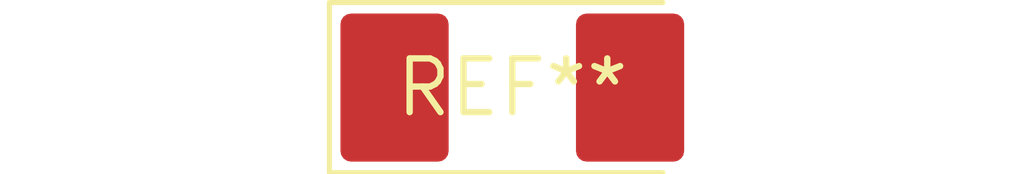
<source format=kicad_pcb>
(kicad_pcb (version 20240108) (generator pcbnew)
  (layers (0 "F.Cu" signal) (31 "B.Cu" signal) (34 "B.Paste" user) (35 "F.Paste" user) (36 "B.SilkS" user "B.Silkscreen") (37 "F.SilkS" user "F.Silkscreen") (38 "B.Mask" user) (39 "F.Mask" user) (44 "Edge.Cuts" user))
  (net 0 "")
  (footprint "CP_EIA-7132-28_AVX-C" (layer "F.Cu") (at 0 0)
    (property "Reference" "REF**")
    (property "Value" "CP_EIA-7132-28_AVX-C")
    (fp_line (start -4.31 -2.01) (end -4.31 2.01) (layer "F.SilkS") (stroke (width 0.12)))
    (fp_line (start -4.31 2.01) (end 3.55 2.01) (layer "F.SilkS") (stroke (width 0.12)))
    (fp_line (start 3.55 -2.01) (end -4.31 -2.01) (layer "F.SilkS") (stroke (width 0.12)))
    (pad "1" smd roundrect (at -2.775 0) (size 2.55 3.5) (layers "F.Cu" "F.Paste" "F.Mask") (roundrect_rratio 0.098039))
    (pad "2" smd roundrect (at 2.775 0) (size 2.55 3.5) (layers "F.Cu" "F.Paste" "F.Mask") (roundrect_rratio 0.098039))
  )
)
</source>
